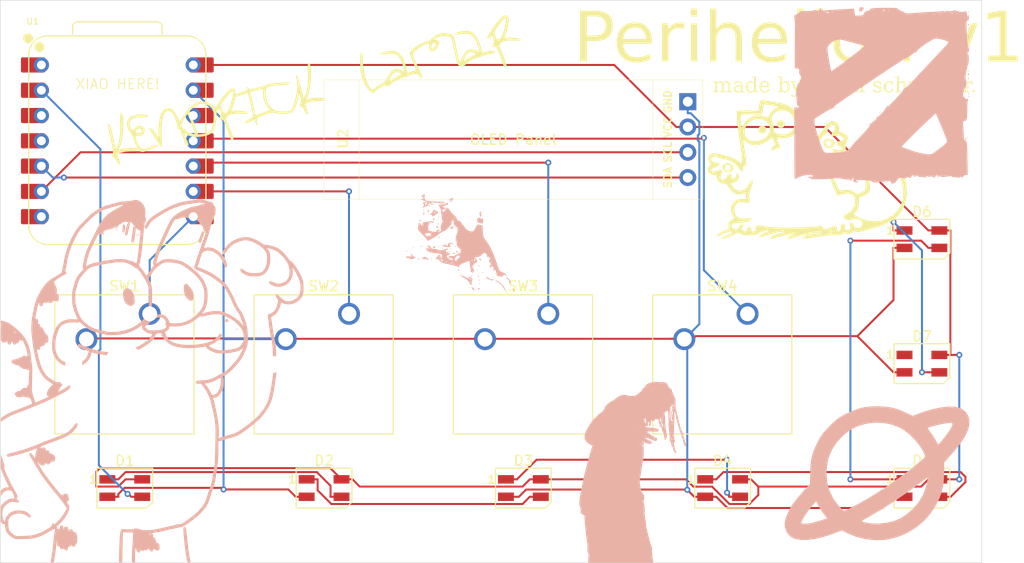
<source format=kicad_pcb>
(kicad_pcb (version 20240108) (generator "pcbnew") (generator_version "8.0")
  (layers (0 "F.Cu" signal) (31 "B.Cu" signal) (34 "B.Paste" user) (35 "F.Paste" user) (36 "B.SilkS" user "B.Silkscreen") (37 "F.SilkS" user "F.Silkscreen") (38 "B.Mask" user) (39 "F.Mask" user) (44 "Edge.Cuts" user))
  (net 0 "")
  (net 1 "GND")
  (net 2 "Net-(D1-DIN)")
  (net 3 "Net-(D1-DOUT)")
  (net 4 "+5V")
  (net 5 "Net-(D2-DOUT)")
  (net 6 "Net-(D3-DOUT)")
  (net 7 "Net-(D4-DOUT)")
  (net 8 "Net-(D5-DOUT)")
  (net 9 "Net-(D6-DOUT)")
  (net 11 "Net-(U1-GPIO1{slash}RX)")
  (net 12 "Net-(U1-GPIO2{slash}SCK)")
  (net 13 "Net-(U1-GPIO4{slash}MISO)")
  (net 14 "Net-(U1-GPIO3{slash}MOSI)")
  (net 15 "Net-(U1-GPIO7{slash}SCL)")
  (net 16 "Net-(U1-GPIO0{slash}TX)")
  (net 17 "Net-(U1-GPIO26{slash}ADC0{slash}A0)")
  (net 18 "unconnected-(U1-GPIO29{slash}ADC3{slash}A3-Pad4)")
  (net 19 "unconnected-(U1-3V3-Pad12)")
  (net 20 "unconnected-(U1-GPIO28{slash}ADC2{slash}A2-Pad3)")
  (net 21 "Net-(U1-GPIO6{slash}SDA)")
  (footprint "LED_SMD:LED_SK6812MINI_PLCC4_3.5x3.5mm_P1.75mm" (layer "F.Cu") (at 167.5 72.5)
    (property "Reference" "D2" (at 0 -2.75 0) (layer "F.SilkS"))
    (property "Value" "SK6812MINI")
    (fp_text user "1" (at -3.2 -0.875 0) (layer "F.SilkS") (effects (font (size 0.8 0.8))))
    (pad "1" smd rect (at -1.75 -0.875) (size 1.6 0.85) (layers "F.Cu" "F.Paste" "F.Mask") (net 5 "Net-(D2-DOUT)"))
    (pad "2" smd rect (at -1.75 0.875) (size 1.6 0.85) (layers "F.Cu" "F.Paste" "F.Mask") (net 1 "GND"))
    (pad "3" smd rect (at 1.75 0.875) (size 1.6 0.85) (layers "F.Cu" "F.Paste" "F.Mask") (net 3 "Net-(D1-DOUT)"))
    (pad "4" smd rect (at 1.75 -0.875) (size 1.6 0.85) (layers "F.Cu" "F.Paste" "F.Mask") (net 4 "+5V"))
  )
  (footprint "Button_Switch_Keyboard:SW_Cherry_MX_1.00u_PCB" (layer "F.Cu") (at 150 55)
    (property "Reference" "SW1" (at -2.54 -2.794 0) (layer "F.SilkS"))
    (property "Value" "SW_Push")
    (pad "" np_thru_hole circle (at -7.62 5.08) (size 1.7 1.7) (drill 1.7) (layers "*.Cu" "*.Mask"))
    (pad "" np_thru_hole circle (at -2.54 5.08) (size 4 4) (drill 4) (layers "*.Cu" "*.Mask"))
    (pad "" np_thru_hole circle (at 2.54 5.08) (size 1.7 1.7) (drill 1.7) (layers "*.Cu" "*.Mask"))
    (pad "1" thru_hole circle (at 0 0) (size 2.2 2.2) (drill 1.5) (layers "*.Cu" "*.Mask") (net 11 "Net-(U1-GPIO1{slash}RX)"))
    (pad "2" thru_hole circle (at -6.35 2.54) (size 2.2 2.2) (drill 1.5) (layers "*.Cu" "*.Mask") (net 1 "GND"))
  )
  (footprint "OLED:SSD1306-0.91-OLED-4pin-128x32" (layer "F.Cu") (at 167.5 31.5)
    (property "Reference" "U2" (at 1.9 5.91 90) (layer "F.SilkS"))
    (property "Value" "SSD1306-0.91-OLED-4pin-128x32")
    (fp_text user "VCC" (at 34.5 4.73 -90) (layer "F.SilkS") (effects (font (size 0.75 0.75))))
    (fp_text user "SCL" (at 34.5 7.27 -90) (layer "F.SilkS") (effects (font (size 0.75 0.75))))
    (fp_text user "GND" (at 34.5 2.19 -90) (layer "F.SilkS") (effects (font (size 0.75 0.75))))
    (fp_text user "OLED Panel" (at 19 6 0) (layer "F.SilkS"))
    (fp_text user "SDA" (at 34.5 9.81 -90) (layer "F.SilkS") (effects (font (size 0.75 0.75))))
    (pad "1" thru_hole rect (at 36.5 2.19) (size 1.7 1.7) (drill 1) (layers "*.Cu" "*.Mask") (net 1 "GND"))
    (pad "2" thru_hole oval (at 36.5 4.73) (size 1.7 1.7) (drill 1) (layers "*.Cu" "*.Mask") (net 4 "+5V"))
    (pad "3" thru_hole oval (at 36.5 7.27) (size 1.7 1.7) (drill 1) (layers "*.Cu" "*.Mask") (net 15 "Net-(U1-GPIO7{slash}SCL)"))
    (pad "4" thru_hole oval (at 36.5 9.81) (size 1.7 1.7) (drill 1) (layers "*.Cu" "*.Mask") (net 21 "Net-(U1-GPIO6{slash}SDA)"))
  )
  (footprint "LED_SMD:LED_SK6812MINI_PLCC4_3.5x3.5mm_P1.75mm" (layer "F.Cu") (at 227.5 60)
    (property "Reference" "D7" (at 0 -2.75 0) (layer "F.SilkS"))
    (property "Value" "SK6812MINI")
    (fp_text user "1" (at -3.2 -0.875 0) (layer "F.SilkS") (effects (font (size 0.8 0.8))))
    (pad "1" smd rect (at -1.75 -0.875) (size 1.6 0.85) (layers "F.Cu" "F.Paste" "F.Mask"))
    (pad "2" smd rect (at -1.75 0.875) (size 1.6 0.85) (layers "F.Cu" "F.Paste" "F.Mask") (net 1 "GND"))
    (pad "3" smd rect (at 1.75 0.875) (size 1.6 0.85) (layers "F.Cu" "F.Paste" "F.Mask") (net 9 "Net-(D6-DOUT)"))
    (pad "4" smd rect (at 1.75 -0.875) (size 1.6 0.85) (layers "F.Cu" "F.Paste" "F.Mask") (net 4 "+5V"))
  )
  (footprint "LED_SMD:LED_SK6812MINI_PLCC4_3.5x3.5mm_P1.75mm" (layer "F.Cu") (at 227.5 47.5)
    (property "Reference" "D6" (at 0 -2.75 0) (layer "F.SilkS"))
    (property "Value" "SK6812MINI")
    (fp_text user "1" (at -3.2 -0.875 0) (layer "F.SilkS") (effects (font (size 0.8 0.8))))
    (pad "1" smd rect (at -1.75 -0.875) (size 1.6 0.85) (layers "F.Cu" "F.Paste" "F.Mask") (net 9 "Net-(D6-DOUT)"))
    (pad "2" smd rect (at -1.75 0.875) (size 1.6 0.85) (layers "F.Cu" "F.Paste" "F.Mask") (net 1 "GND"))
    (pad "3" smd rect (at 1.75 0.875) (size 1.6 0.85) (layers "F.Cu" "F.Paste" "F.Mask") (net 8 "Net-(D5-DOUT)"))
    (pad "4" smd rect (at 1.75 -0.875) (size 1.6 0.85) (layers "F.Cu" "F.Paste" "F.Mask") (net 4 "+5V"))
  )
  (footprint "Button_Switch_Keyboard:SW_Cherry_MX_1.00u_PCB" (layer "F.Cu") (at 190 55)
    (property "Reference" "SW3" (at -2.54 -2.794 0) (layer "F.SilkS"))
    (property "Value" "SW_Push")
    (pad "" np_thru_hole circle (at -7.62 5.08) (size 1.7 1.7) (drill 1.7) (layers "*.Cu" "*.Mask"))
    (pad "" np_thru_hole circle (at -2.54 5.08) (size 4 4) (drill 4) (layers "*.Cu" "*.Mask"))
    (pad "" np_thru_hole circle (at 2.54 5.08) (size 1.7 1.7) (drill 1.7) (layers "*.Cu" "*.Mask"))
    (pad "1" thru_hole circle (at 0 0) (size 2.2 2.2) (drill 1.5) (layers "*.Cu" "*.Mask") (net 13 "Net-(U1-GPIO4{slash}MISO)"))
    (pad "2" thru_hole circle (at -6.35 2.54) (size 2.2 2.2) (drill 1.5) (layers "*.Cu" "*.Mask") (net 1 "GND"))
  )
  (footprint "LED_SMD:LED_SK6812MINI_PLCC4_3.5x3.5mm_P1.75mm" (layer "F.Cu") (at 207.5 72.5)
    (property "Reference" "D4" (at 0 -2.75 0) (layer "F.SilkS"))
    (property "Value" "SK6812MINI")
    (fp_text user "1" (at -3.2 -0.875 0) (layer "F.SilkS") (effects (font (size 0.8 0.8))))
    (pad "1" smd rect (at -1.75 -0.875) (size 1.6 0.85) (layers "F.Cu" "F.Paste" "F.Mask") (net 7 "Net-(D4-DOUT)"))
    (pad "2" smd rect (at -1.75 0.875) (size 1.6 0.85) (layers "F.Cu" "F.Paste" "F.Mask") (net 1 "GND"))
    (pad "3" smd rect (at 1.75 0.875) (size 1.6 0.85) (layers "F.Cu" "F.Paste" "F.Mask") (net 6 "Net-(D3-DOUT)"))
    (pad "4" smd rect (at 1.75 -0.875) (size 1.6 0.85) (layers "F.Cu" "F.Paste" "F.Mask") (net 4 "+5V"))
  )
  (footprint "LED_SMD:LED_SK6812MINI_PLCC4_3.5x3.5mm_P1.75mm" (layer "F.Cu") (at 227.5 72.5)
    (property "Reference" "D5" (at 0 -2.75 0) (layer "F.SilkS"))
    (property "Value" "SK6812MINI")
    (fp_text user "1" (at -3.2 -0.875 0) (layer "F.SilkS") (effects (font (size 0.8 0.8))))
    (pad "1" smd rect (at -1.75 -0.875) (size 1.6 0.85) (layers "F.Cu" "F.Paste" "F.Mask") (net 8 "Net-(D5-DOUT)"))
    (pad "2" smd rect (at -1.75 0.875) (size 1.6 0.85) (layers "F.Cu" "F.Paste" "F.Mask") (net 1 "GND"))
    (pad "3" smd rect (at 1.75 0.875) (size 1.6 0.85) (layers "F.Cu" "F.Paste" "F.Mask") (net 7 "Net-(D4-DOUT)"))
    (pad "4" smd rect (at 1.75 -0.875) (size 1.6 0.85) (layers "F.Cu" "F.Paste" "F.Mask") (net 4 "+5V"))
  )
  (footprint "LED_SMD:LED_SK6812MINI_PLCC4_3.5x3.5mm_P1.75mm" (layer "F.Cu") (at 147.5 72.5)
    (property "Reference" "D1" (at 0 -2.75 0) (layer "F.SilkS"))
    (property "Value" "SK6812MINI")
    (fp_text user "1" (at -3.2 -0.875 0) (layer "F.SilkS") (effects (font (size 0.8 0.8))))
    (pad "1" smd rect (at -1.75 -0.875) (size 1.6 0.85) (layers "F.Cu" "F.Paste" "F.Mask") (net 3 "Net-(D1-DOUT)"))
    (pad "2" smd rect (at -1.75 0.875) (size 1.6 0.85) (layers "F.Cu" "F.Paste" "F.Mask") (net 1 "GND"))
    (pad "3" smd rect (at 1.75 0.875) (size 1.6 0.85) (layers "F.Cu" "F.Paste" "F.Mask") (net 2 "Net-(D1-DIN)"))
    (pad "4" smd rect (at 1.75 -0.875) (size 1.6 0.85) (layers "F.Cu" "F.Paste" "F.Mask") (net 4 "+5V"))
  )
  (footprint "LOGO" (layer "F.Cu") (at 166.5 32.5 15)
    (property "Reference" "G***" (hide yes))
    (property "Value" "LOGO" (hide yes))
  )
  (footprint "XIAO-RP2040-DIP:XIAO-RP2040-DIP" (layer "F.Cu") (at 146.75 37.62)
    (property "Reference" "U1" (at -8.5 -12 0) (layer "F.SilkS") (effects (font (size 0.635 0.635) (thickness 0.1016))))
    (property "Value" "XIAO-RP2040-DIP")
    (pad "1" smd roundrect (at -8.455 -7.62 180) (size 2.432 1.524) (layers "F.Cu" "F.Mask") (roundrect_rratio 0.1) (net 17 "Net-(U1-GPIO26{slash}ADC0{slash}A0)"))
    (pad "1" thru_hole circle (at -7.62 -7.62 180) (size 1.524 1.524) (drill 0.889) (layers "*.Cu" "*.Mask") (net 17 "Net-(U1-GPIO26{slash}ADC0{slash}A0)"))
    (pad "2" smd roundrect (at -8.455 -5.08 180) (size 2.432 1.524) (layers "F.Cu" "F.Mask") (roundrect_rratio 0.1) (net 2 "Net-(D1-DIN)"))
    (pad "2" thru_hole circle (at -7.62 -5.08 180) (size 1.524 1.524) (drill 0.889) (layers "*.Cu" "*.Mask") (net 2 "Net-(D1-DIN)"))
    (pad "3" smd roundrect (at -8.455 -2.54 180) (size 2.432 1.524) (layers "F.Cu" "F.Mask") (roundrect_rratio 0.1) (net 20 "unconnected-(U1-GPIO28{slash}ADC2{slash}A2-Pad3)"))
    (pad "3" thru_hole circle (at -7.62 -2.54 180) (size 1.524 1.524) (drill 0.889) (layers "*.Cu" "*.Mask") (net 20 "unconnected-(U1-GPIO28{slash}ADC2{slash}A2-Pad3)"))
    (pad "4" smd roundrect (at -8.455 0 180) (size 2.432 1.524) (layers "F.Cu" "F.Mask") (roundrect_rratio 0.1) (net 18 "unconnected-(U1-GPIO29{slash}ADC3{slash}A3-Pad4)"))
    (pad "4" thru_hole circle (at -7.62 0 180) (size 1.524 1.524) (drill 0.889) (layers "*.Cu" "*.Mask") (net 18 "unconnected-(U1-GPIO29{slash}ADC3{slash}A3-Pad4)"))
    (pad "5" smd roundrect (at -8.455 2.54 180) (size 2.432 1.524) (layers "F.Cu" "F.Mask") (roundrect_rratio 0.1) (net 21 "Net-(U1-GPIO6{slash}SDA)"))
    (pad "5" thru_hole circle (at -7.62 2.54 180) (size 1.524 1.524) (drill 0.889) (layers "*.Cu" "*.Mask") (net 21 "Net-(U1-GPIO6{slash}SDA)"))
    (pad "6" smd roundrect (at -8.455 5.08 180) (size 2.432 1.524) (layers "F.Cu" "F.Mask") (roundrect_rratio 0.1) (net 15 "Net-(U1-GPIO7{slash}SCL)"))
    (pad "6" thru_hole circle (at -7.62 5.08 180) (size 1.524 1.524) (drill 0.889) (layers "*.Cu" "*.Mask") (net 15 "Net-(U1-GPIO7{slash}SCL)"))
    (pad "7" smd roundrect (at -8.455 7.62 180) (size 2.432 1.524) (layers "F.Cu" "F.Mask") (roundrect_rratio 0.1) (net 16 "Net-(U1-GPIO0{slash}TX)"))
    (pad "7" thru_hole circle (at -7.62 7.62 180) (size 1.524 1.524) (drill 0.889) (layers "*.Cu" "*.Mask") (net 16 "Net-(U1-GPIO0{slash}TX)"))
    (pad "8" thru_hole circle (at 7.62 7.62) (size 1.524 1.524) (drill 0.889) (layers "*.Cu" "*.Mask") (net 11 "Net-(U1-GPIO1{slash}RX)"))
    (pad "8" smd roundrect (at 8.455 7.62) (size 2.432 1.524) (layers "F.Cu" "F.Mask") (roundrect_rratio 0.1) (net 11 "Net-(U1-GPIO1{slash}RX)"))
    (pad "9" thru_hole circle (at 7.62 5.08) (size 1.524 1.524) (drill 0.889) (layers "*.Cu" "*.Mask") (net 12 "Net-(U1-GPIO2{slash}SCK)"))
    (pad "9" smd roundrect (at 8.455 5.08) (size 2.432 1.524) (layers "F.Cu" "F.Mask") (roundrect_rratio 0.1) (net 12 "Net-(U1-GPIO2{slash}SCK)"))
    (pad "10" thru_hole circle (at 7.62 2.54) (size 1.524 1.524) (drill 0.889) (layers "*.Cu" "*.Mask") (net 13 "Net-(U1-GPIO4{slash}MISO)"))
    (pad "10" smd roundrect (at 8.455 2.54) (size 2.432 1.524) (layers "F.Cu" "F.Mask") (roundrect_rratio 0.1) (net 13 "Net-(U1-GPIO4{slash}MISO)"))
    (pad "11" thru_hole circle (at 7.62 0) (size 1.524 1.524) (drill 0.889) (layers "*.Cu" "*.Mask") (net 14 "Net-(U1-GPIO3{slash}MOSI)"))
    (pad "11" smd roundrect (at 8.455 0) (size 2.432 1.524) (layers "F.Cu" "F.Mask") (roundrect_rratio 0.1) (net 14 "Net-(U1-GPIO3{slash}MOSI)"))
    (pad "12" thru_hole circle (at 7.62 -2.54) (size 1.524 1.524) (drill 0.889) (layers "*.Cu" "*.Mask") (net 19 "unconnected-(U1-3V3-Pad12)"))
    (pad "12" smd roundrect (at 8.455 -2.54) (size 2.432 1.524) (layers "F.Cu" "F.Mask") (roundrect_rratio 0.1) (net 19 "unconnected-(U1-3V3-Pad12)"))
    (pad "13" thru_hole circle (at 7.62 -5.08) (size 1.524 1.524) (drill 0.889) (layers "*.Cu" "*.Mask") (net 1 "GND"))
    (pad "13" smd roundrect (at 8.455 -5.08) (size 2.432 1.524) (layers "F.Cu" "F.Mask") (roundrect_rratio 0.1) (net 1 "GND"))
    (pad "14" thru_hole circle (at 7.62 -7.62) (size 1.524 1.524) (drill 0.889) (layers "*.Cu" "*.Mask") (net 4 "+5V"))
    (pad "14" smd roundrect (at 8.455 -7.62) (size 2.432 1.524) (layers "F.Cu" "F.Mask") (roundrect_rratio 0.1) (net 4 "+5V"))
  )
  (footprint "Button_Switch_Keyboard:SW_Cherry_MX_1.00u_PCB" (layer "F.Cu") (at 210 55)
    (property "Reference" "SW4" (at -2.54 -2.794 0) (layer "F.SilkS"))
    (property "Value" "SW_Push")
    (pad "" np_thru_hole circle (at -7.62 5.08) (size 1.7 1.7) (drill 1.7) (layers "*.Cu" "*.Mask"))
    (pad "" np_thru_hole circle (at -2.54 5.08) (size 4 4) (drill 4) (layers "*.Cu" "*.Mask"))
    (pad "" np_thru_hole circle (at 2.54 5.08) (size 1.7 1.7) (drill 1.7) (layers "*.Cu" "*.Mask"))
    (pad "1" thru_hole circle (at 0 0) (size 2.2 2.2) (drill 1.5) (layers "*.Cu" "*.Mask") (net 14 "Net-(U1-GPIO3{slash}MOSI)"))
    (pad "2" thru_hole circle (at -6.35 2.54) (size 2.2 2.2) (drill 1.5) (layers "*.Cu" "*.Mask") (net 1 "GND"))
  )
  (footprint "LOGO" (layer "F.Cu") (at 216 40.5)
    (property "Reference" "G***" (hide yes))
    (property "Value" "LOGO" (hide yes))
  )
  (footprint "LED_SMD:LED_SK6812MINI_PLCC4_3.5x3.5mm_P1.75mm" (layer "F.Cu") (at 187.5 72.5)
    (property "Reference" "D3" (at 0 -2.75 0) (layer "F.SilkS"))
    (property "Value" "SK6812MINI")
    (fp_text user "1" (at -3.2 -0.875 0) (layer "F.SilkS") (effects (font (size 0.8 0.8))))
    (pad "1" smd rect (at -1.75 -0.875) (size 1.6 0.85) (layers "F.Cu" "F.Paste" "F.Mask") (net 6 "Net-(D3-DOUT)"))
    (pad "2" smd rect (at -1.75 0.875) (size 1.6 0.85) (layers "F.Cu" "F.Paste" "F.Mask") (net 1 "GND"))
    (pad "3" smd rect (at 1.75 0.875) (size 1.6 0.85) (layers "F.Cu" "F.Paste" "F.Mask") (net 5 "Net-(D2-DOUT)"))
    (pad "4" smd rect (at 1.75 -0.875) (size 1.6 0.85) (layers "F.Cu" "F.Paste" "F.Mask") (net 4 "+5V"))
  )
  (footprint "Button_Switch_Keyboard:SW_Cherry_MX_1.00u_PCB" (layer "F.Cu") (at 170 55)
    (property "Reference" "SW2" (at -2.54 -2.794 0) (layer "F.SilkS"))
    (property "Value" "SW_Push")
    (pad "" np_thru_hole circle (at -7.62 5.08) (size 1.7 1.7) (drill 1.7) (layers "*.Cu" "*.Mask"))
    (pad "" np_thru_hole circle (at -2.54 5.08) (size 4 4) (drill 4) (layers "*.Cu" "*.Mask"))
    (pad "" np_thru_hole circle (at 2.54 5.08) (size 1.7 1.7) (drill 1.7) (layers "*.Cu" "*.Mask"))
    (pad "1" thru_hole circle (at 0 0) (size 2.2 2.2) (drill 1.5) (layers "*.Cu" "*.Mask") (net 12 "Net-(U1-GPIO2{slash}SCK)"))
    (pad "2" thru_hole circle (at -6.35 2.54) (size 2.2 2.2) (drill 1.5) (layers "*.Cu" "*.Mask") (net 1 "GND"))
  )
  (footprint "LOGO" (layer "B.Cu") (at 223.5 33 180)
    (property "Reference" "G***" (hide yes))
    (property "Value" "LOGO" (hide yes))
  )
  (footprint "LOGO" (layer "B.Cu") (at 181.5 48 180)
    (property "Reference" "G***" (hide yes))
    (property "Value" "LOGO" (hide yes))
  )
  (footprint "LOGO" (layer "B.Cu") (at 223 71 180)
    (property "Reference" "G***" (hide yes))
    (property "Value" "LOGO" (hide yes))
  )
  (footprint "LOGO" (layer "B.Cu") (at 150.25 59.4 180)
    (property "Reference" "G***" (hide yes))
    (property "Value" "LOGO" (hide yes))
  )
  (footprint "LOGO" (layer "B.Cu") (at 199.19504 67.5 180)
    (property "Reference" "G***" (hide yes))
    (property "Value" "LOGO" (hide yes))
  )
  (gr_rect (start 135 23.5) (end 233.5 80) (stroke (width 0.05)) (fill none) (layer "Edge.Cuts"))
  (gr_text "made by robin schreiber." (at 206.5 33 0) (layer "F.SilkS") (effects (font (size 1.5 1.5) (thickness 0.1)) (justify left bottom)))
  (gr_text "XIAO HERE!" (at 142.5 32.5 0) (layer "F.SilkS") (effects (font (size 1 1) (thickness 0.1)) (justify left bottom)))
  (gr_text "Perihelion v1" (at 192.5 30.5 0) (layer "F.SilkS") (effects (font (size 5 5) (thickness 0.5)) (justify left bottom)))
  (segment (start 183.65 57.5053) (end 183.65 57.54) (width 0.2) (layer "F.Cu") (net 1))
  (segment (start 205.75 73.375) (end 204.6483 73.375) (width 0.2) (layer "F.Cu") (net 1))
  (segment (start 163.5807 57.4707) (end 143.7193 57.4707) (width 0.2) (layer "F.Cu") (net 1))
  (segment (start 205.75 73.375) (end 206.8517 73.375) (width 0.2) (layer "F.Cu") (net 1))
  (segment (start 146.8517 73.375) (end 146.8517 73.1025) (width 0.2) (layer "F.Cu") (net 1))
  (segment (start 203.6153 57.5053) (end 203.65 57.54) (width 0.2) (layer "F.Cu") (net 1))
  (segment (start 225.75 60.875) (end 224.6483 60.875) (width 0.2) (layer "F.Cu") (net 1))
  (segment (start 225.75 73.375) (end 224.6483 73.375) (width 0.2) (layer "F.Cu") (net 1))
  (segment (start 147.4746 72.4796) (end 157.2517 72.4796) (width 0.2) (layer "F.Cu") (net 1))
  (segment (start 157.2517 72.4796) (end 157.4113 72.6392) (width 0.2) (layer "F.Cu") (net 1))
  (segment (start 143.7193 57.4707) (end 143.65 57.54) (width 0.2) (layer "F.Cu") (net 1))
  (segment (start 224.6483 53.6116) (end 221.0166 57.2433) (width 0.2) (layer "F.Cu") (net 1))
  (segment (start 157.4113 72.6392) (end 163.9125 72.6392) (width 0.2) (layer "F.Cu") (net 1))
  (segment (start 203.9216 72.6483) (end 187.7795 72.6483) (width 0.2) (layer "F.Cu") (net 1))
  (segment (start 183.65 57.5053) (end 202.1859 57.5053) (width 0.2) (layer "F.Cu") (net 1))
  (segment (start 224.6483 48.375) (end 224.6483 53.6116) (width 0.2) (layer "F.Cu") (net 1))
  (segment (start 163.6847 57.5053) (end 163.65 57.54) (width 0.2) (layer "F.Cu") (net 1))
  (segment (start 225.75 48.375) (end 224.6483 48.375) (width 0.2) (layer "F.Cu") (net 1))
  (segment (start 224.6483 73.375) (end 223.5199 74.5034) (width 0.2) (layer "F.Cu") (net 1))
  (segment (start 204.5349 57.5053) (end 204.7969 57.2433) (width 0.2) (layer "F.Cu") (net 1))
  (segment (start 221.0166 57.2433) (end 224.6483 60.875) (width 0.2) (layer "F.Cu") (net 1))
  (segment (start 187.0528 73.375) (end 185.75 73.375) (width 0.2) (layer "F.Cu") (net 1))
  (segment (start 204.7969 57.2433) (end 221.0166 57.2433) (width 0.2) (layer "F.Cu") (net 1))
  (segment (start 163.65 57.54) (end 163.5807 57.4707) (width 0.2) (layer "F.Cu") (net 1))
  (segment (start 145.75 73.375) (end 146.8517 73.375) (width 0.2) (layer "F.Cu") (net 1))
  (segment (start 165.75 73.375) (end 164.6483 73.375) (width 0.2) (layer "F.Cu") (net 1))
  (segment (start 204.6483 73.375) (end 203.9488 72.6754) (width 0.2) (layer "F.Cu") (net 1))
  (segment (start 203.9488 72.6754) (end 203.9216 72.6483) (width 0.2) (layer "F.Cu") (net 1))
  (segment (start 146.8517 73.1025) (end 147.4746 72.4796) (width 0.2) (layer "F.Cu") (net 1))
  (segment (start 183.65 57.5053) (end 163.6847 57.5053) (width 0.2) (layer "F.Cu") (net 1))
  (segment (start 163.9125 72.6392) (end 164.6483 73.375) (width 0.2) (layer "F.Cu") (net 1))
  (segment (start 187.7795 72.6483) (end 187.0528 73.375) (width 0.2) (layer "F.Cu") (net 1))
  (segment (start 202.1859 57.5053) (end 204.5349 57.5053) (width 0.2) (layer "F.Cu") (net 1))
  (segment (start 155.205 32.54) (end 154.37 32.54) (width 0.2) (layer "F.Cu") (net 1))
  (segment (start 223.5199 74.5034) (end 207.9801 74.5034) (width 0.2) (layer "F.Cu") (net 1))
  (segment (start 202.1859 57.5053) (end 203.6153 57.5053) (width 0.2) (layer "F.Cu") (net 1))
  (segment (start 207.9801 74.5034) (end 206.8517 73.375) (width 0.2) (layer "F.Cu") (net 1))
  (via (at 203.9488 72.6754) (size 0.6) (drill 0.3) (layers "F.Cu" "B.Cu") (net 1))
  (via (at 157.4113 72.6392) (size 0.6) (drill 0.3) (layers "F.Cu" "B.Cu") (net 1))
  (segment (start 204 34.8417) (end 204.2879 34.8417) (width 0.2) (layer "B.Cu") (net 1))
  (segment (start 203.9488 57.8388) (end 203.9488 72.6754) (width 0.2) (layer "B.Cu") (net 1))
  (segment (start 204.2879 34.8417) (end 205.1619 35.7157) (width 0.2) (layer "B.Cu") (net 1))
  (segment (start 203.65 57.54) (end 203.9488 57.8388) (width 0.2) (layer "B.Cu") (net 1))
  (segment (start 205.1619 37.7254) (end 205.1619 56.0281) (width 0.2) (layer "B.Cu") (net 1))
  (segment (start 204 33.69) (end 204 34.8417) (width 0.2) (layer "B.Cu") (net 1))
  (segment (start 205.1619 35.7157) (end 205.1619 36.9244) (width 0.2) (layer "B.Cu") (net 1))
  (segment (start 157.4113 35.5813) (end 157.4113 57.54) (width 0.2) (layer "B.Cu") (net 1))
  (segment (start 157.4113 57.54) (end 157.4113 72.6392) (width 0.2) (layer "B.Cu") (net 1))
  (segment (start 205.1619 36.9244) (end 205.0105 37.0758) (width 0.2) (layer "B.Cu") (net 1))
  (segment (start 163.65 57.54) (end 157.4113 57.54) (width 0.2) (layer "B.Cu") (net 1))
  (segment (start 205.0105 37.0758) (end 205.0105 37.574) (width 0.2) (layer "B.Cu") (net 1))
  (segment (start 205.1619 56.0281) (end 203.65 57.54) (width 0.2) (layer "B.Cu") (net 1))
  (segment (start 205.0105 37.574) (end 205.1619 37.7254) (width 0.2) (layer "B.Cu") (net 1))
  (segment (start 154.37 32.54) (end 157.4113 35.5813) (width 0.2) (layer "B.Cu") (net 1))
  (segment (start 147.8656 73.0923) (end 147.7813 73.0923) (width 0.2) (layer "F.Cu") (net 2))
  (segment (start 149.25 73.375) (end 148.1483 73.375) (width 0.2) (layer "F.Cu") (net 2))
  (segment (start 139.13 32.54) (end 138.295 32.54) (width 0.2) (layer "F.Cu") (net 2))
  (segment (start 148.1483 73.375) (end 147.8656 73.0923) (width 0.2) (layer "F.Cu") (net 2))
  (via (at 147.7813 73.0923) (size 0.6) (drill 0.3) (layers "F.Cu" "B.Cu") (net 2))
  (segment (start 144.8952 58.7194) (end 144.8952 70.2062) (width 0.2) (layer "B.Cu") (net 2))
  (segment (start 139.13 32.54) (end 145.0519 38.4619) (width 0.2) (layer "B.Cu") (net 2))
  (segment (start 145.0519 58.5627) (end 144.8952 58.7194) (width 0.2) (layer "B.Cu") (net 2))
  (segment (start 144.8952 70.2062) (end 147.7813 73.0923) (width 0.2) (layer "B.Cu") (net 2))
  (segment (start 145.0519 38.4619) (end 145.0519 58.5627) (width 0.2) (layer "B.Cu") (net 2))
  (segment (start 168.1483 72.2733) (end 168.1483 73.375) (width 0.2) (layer "F.Cu") (net 3))
  (segment (start 166.7733 70.8983) (end 168.1483 72.2733) (width 0.2) (layer "F.Cu") (net 3))
  (segment (start 146.8517 71.625) (end 147.5784 70.8983) (width 0.2) (layer "F.Cu") (net 3))
  (segment (start 169.25 73.375) (end 168.1483 73.375) (width 0.2) (layer "F.Cu") (net 3))
  (segment (start 145.75 71.625) (end 146.8517 71.625) (width 0.2) (layer "F.Cu") (net 3))
  (segment (start 147.5784 70.8983) (end 166.7733 70.8983) (width 0.2) (layer "F.Cu") (net 3))
  (segment (start 230.3517 46.625) (end 230.3517 59.125) (width 0.2) (layer "F.Cu") (net 4))
  (segment (start 228.1483 46.625) (end 217.7533 36.23) (width 0.2) (layer "F.Cu") (net 4))
  (segment (start 171.0784 72.3517) (end 170.3517 71.625) (width 0.2) (layer "F.Cu") (net 4))
  (segment (start 217.7533 36.23) (end 204 36.23) (width 0.2) (layer "F.Cu") (net 4))
  (segment (start 228.1483 71.625) (end 227.4216 72.3517) (width 0.2) (layer "F.Cu") (net 4))
  (segment (start 230.3517 59.125) (end 231.2475 59.125) (width 0.2) (layer "F.Cu") (net 4))
  (segment (start 144.65 72.35) (end 144.65 70.85) (width 0.2) (layer "F.Cu") (net 4))
  (segment (start 188.6992 71.625) (end 189.25 71.625) (width 0.2) (layer "F.Cu") (net 4))
  (segment (start 168.1233 70.4983) (end 169.25 71.625) (width 0.2) (layer "F.Cu") (net 4))
  (segment (start 144.65 70.85) (end 145.0017 70.4983) (width 0.2) (layer "F.Cu") (net 4))
  (segment (start 203.8292 71.625) (end 204.5626 72.3584) (width 0.2) (layer "F.Cu") (net 4))
  (segment (start 155.205 30) (end 196.6183 30) (width 0.2) (layer "F.Cu") (net 4))
  (segment (start 206.4415 72.3584) (end 208.1848 74.1017) (width 0.2) (layer "F.Cu") (net 4))
  (segment (start 196.6183 30) (end 202.8483 36.23) (width 0.2) (layer "F.Cu") (net 4))
  (segment (start 229.25 71.625) (end 228.1483 71.625) (width 0.2) (layer "F.Cu") (net 4))
  (segment (start 209.25 71.625) (end 210.3517 71.625) (width 0.2) (layer "F.Cu") (net 4))
  (segment (start 229.7 71.625) (end 230.3517 71.625) (width 0.2) (layer "F.Cu") (net 4))
  (segment (start 203.4242 36.23) (end 204 36.23) (width 0.2) (layer "F.Cu") (net 4))
  (segment (start 147.575 71.625) (end 146.85 72.35) (width 0.2) (layer "F.Cu") (net 4))
  (segment (start 189.25 71.625) (end 203.8292 71.625) (width 0.2) (layer "F.Cu") (net 4))
  (segment (start 145.0017 70.4983) (end 168.1233 70.4983) (width 0.2) (layer "F.Cu") (net 4))
  (segment (start 208.1848 74.1017) (end 210.175 74.1017) (width 0.2) (layer "F.Cu") (net 4))
  (segment (start 229.25 59.125) (end 230.2509 59.125) (width 0.2) (layer "F.Cu") (net 4))
  (segment (start 169.8009 71.625) (end 169.25 71.625) (width 0.2) (layer "F.Cu") (net 4))
  (segment (start 188.1483 71.625) (end 187.4216 72.3517) (width 0.2) (layer "F.Cu") (net 4))
  (segment (start 187.4216 72.3517) (end 171.0784 72.3517) (width 0.2) (layer "F.Cu") (net 4))
  (segment (start 154.37 30) (end 155.205 30) (width 0.2) (layer "F.Cu") (net 4))
  (segment (start 146.85 72.35) (end 144.65 72.35) (width 0.2) (layer "F.Cu") (net 4))
  (segment (start 204.5626 72.3584) (end 206.4415 72.3584) (width 0.2) (layer "F.Cu") (net 4))
  (segment (start 228.8 46.625) (end 229.25 46.625) (width 0.2) (layer "F.Cu") (net 4))
  (segment (start 211.0784 72.3517) (end 210.3517 71.625) (width 0.2) (layer "F.Cu") (net 4))
  (segment (start 228.8 46.625) (end 228.1483 46.625) (width 0.2) (layer "F.Cu") (net 4))
  (segment (start 230.3517 71.625) (end 231.2475 71.625) (width 0.2) (layer "F.Cu") (net 4))
  (segment (start 211.0784 73.1983) (end 211.0784 72.3517) (width 0.2) (layer "F.Cu") (net 4))
  (segment (start 210.175 74.1017) (end 211.0784 73.1983) (width 0.2) (layer "F.Cu") (net 4))
  (segment (start 229.25 46.625) (end 230.3517 46.625) (width 0.2) (layer "F.Cu") (net 4))
  (segment (start 203.4242 36.23) (end 202.8483 36.23) (width 0.2) (layer "F.Cu") (net 4))
  (segment (start 229.7 71.625) (end 229.25 71.625) (width 0.2) (layer "F.Cu") (net 4))
  (segment (start 149.25 71.625) (end 147.575 71.625) (width 0.2) (layer "F.Cu") (net 4))
  (segment (start 188.6992 71.625) (end 188.1483 71.625) (width 0.2) (layer "F.Cu") (net 4))
  (segment (start 230.2509 59.125) (end 230.3517 59.125) (width 0.2) (layer "F.Cu") (net 4))
  (segment (start 227.4216 72.3517) (end 211.0784 72.3517) (width 0.2) (layer "F.Cu") (net 4))
  (segment (start 169.8009 71.625) (end 170.3517 71.625) (width 0.2) (layer "F.Cu") (net 4))
  (via (at 231.2475 71.625) (size 0.6) (drill 0.3) (layers "F.Cu" "B.Cu") (net 4))
  (via (at 231.2475 59.125) (size 0.6) (drill 0.3) (layers "F.Cu" "B.Cu") (net 4))
  (segment (start 231.2475 71.625) (end 231.2475 59.125) (width 0.2) (layer "B.Cu") (net 4))
  (segment (start 189.25 73.375) (end 188.1483 73.375) (width 0.2) (layer "F.Cu") (net 5))
  (segment (start 166.8517 71.625) (end 166.8517 72.7267) (width 0.2) (layer "F.Cu") (net 5))
  (segment (start 187.4216 74.1017) (end 188.1483 73.375) (width 0.2) (layer "F.Cu") (net 5))
  (segment (start 165.75 71.625) (end 166.8517 71.625) (width 0.2) (layer "F.Cu") (net 5))
  (segment (start 168.2267 74.1017) (end 187.4216 74.1017) (width 0.2) (layer "F.Cu") (net 5))
  (segment (start 166.8517 72.7267) (end 168.2267 74.1017) (width 0.2) (layer "F.Cu") (net 5))
  (segment (start 207.9448 72.9658) (end 208.1483 73.1693) (width 0.2) (layer "F.Cu") (net 6))
  (segment (start 186.8517 71.625) (end 188.8218 69.6549) (width 0.2) (layer "F.Cu") (net 6))
  (segment (start 208.1483 73.1693) (end 208.1483 73.375) (width 0.2) (layer "F.Cu") (net 6))
  (segment (start 209.25 73.375) (end 208.1483 73.375) (width 0.2) (layer "F.Cu") (net 6))
  (segment (start 185.75 71.625) (end 186.8517 71.625) (width 0.2) (layer "F.Cu") (net 6))
  (segment (start 188.8218 69.6549) (end 207.9448 69.6549) (width 0.2) (layer "F.Cu") (net 6))
  (via (at 207.9448 72.9658) (size 0.6) (drill 0.3) (layers "F.Cu" "B.Cu") (net 6))
  (via (at 207.9448 69.6549) (size 0.6) (drill 0.3) (layers "F.Cu" "B.Cu") (net 6))
  (segment (start 207.9448 72.9658) (end 207.9448 69.6549) (width 0.2) (layer "B.Cu") (net 6))
  (segment (start 231.8657 71.3736) (end 231.8657 71.8967) (width 0.2) (layer "F.Cu") (net 7))
  (segment (start 207.5836 70.8931) (end 231.3852 70.8931) (width 0.2) (layer "F.Cu") (net 7))
  (segment (start 230.3874 73.375) (end 229.25 73.375) (width 0.2) (layer "F.Cu") (net 7))
  (segment (start 231.3852 70.8931) (end 231.8657 71.3736) (width 0.2) (layer "F.Cu") (net 7))
  (segment (start 205.75 71.625) (end 206.8517 71.625) (width 0.2) (layer "F.Cu") (net 7))
  (segment (start 231.8657 71.8967) (end 230.3874 73.375) (width 0.2) (layer "F.Cu") (net 7))
  (segment (start 206.8517 71.625) (end 207.5836 70.8931) (width 0.2) (layer "F.Cu") (net 7))
  (segment (start 225.75 71.625) (end 220.3203 71.625) (width 0.2) (layer "F.Cu") (net 8))
  (segment (start 227.4216 47.6483) (end 228.1483 48.375) (width 0.2) (layer "F.Cu") (net 8))
  (segment (start 229.25 48.375) (end 228.1483 48.375) (width 0.2) (layer "F.Cu") (net 8))
  (segment (start 220.3203 47.6483) (end 227.4216 47.6483) (width 0.2) (layer "F.Cu") (net 8))
  (via (at 220.3203 47.6483) (size 0.6) (drill 0.3) (layers "F.Cu" "B.Cu") (net 8))
  (via (at 220.3203 71.625) (size 0.6) (drill 0.3) (layers "F.Cu" "B.Cu") (net 8))
  (segment (start 220.3203 47.6483) (end 220.3203 71.625) (width 0.2) (layer "B.Cu") (net 8))
  (segment (start 224.6483 46.625) (end 224.6483 45.7803) (width 0.2) (layer "F.Cu") (net 9))
  (segment (start 228.1454 60.8721) (end 228.1483 60.875) (width 0.2) (layer "F.Cu") (net 9))
  (segment (start 229.25 60.875) (end 228.1483 60.875) (width 0.2) (layer "F.Cu") (net 9))
  (segment (start 225.75 46.625) (end 224.6483 46.625) (width 0.2) (layer "F.Cu") (net 9))
  (segment (start 227.505 60.8721) (end 228.1454 60.8721) (width 0.2) (layer "F.Cu") (net 9))
  (via (at 224.6483 45.7803) (size 0.6) (drill 0.3) (layers "F.Cu" "B.Cu") (net 9))
  (via (at 227.505 60.8721) (size 0.6) (drill 0.3) (layers "F.Cu" "B.Cu") (net 9))
  (segment (start 227.505 48.637) (end 224.6483 45.7803) (width 0.2) (layer "B.Cu") (net 9))
  (segment (start 227.505 60.8721) (end 227.505 48.637) (width 0.2) (layer "B.Cu") (net 9))
  (segment (start 155.205 45.24) (end 154.37 45.24) (width 0.2) (layer "F.Cu") (net 11))
  (segment (start 150 49.61) (end 150 55) (width 0.2) (layer "B.Cu") (net 11))
  (segment (start 154.37 45.24) (end 150 49.61) (width 0.2) (layer "B.Cu") (net 11))
  (segment (start 154.37 42.7) (end 155.205 42.7) (width 0.2) (layer "F.Cu") (net 12))
  (segment (start 155.205 42.7) (end 170 42.7) (width 0.2) (layer "F.Cu") (net 12))
  (via (at 170 42.7) (size 0.6) (drill 0.3) (layers "F.Cu" "B.Cu") (net 12))
  (segment (start 170 55) (end 170 42.7) (width 0.2) (layer "B.Cu") (net 12))
  (segment (start 155.5547 39.8103) (end 190 39.8103) (width 0.2) (layer "F.Cu") (net 13))
  (segment (start 154.37 40.16) (end 155.205 40.16) (width 0.2) (layer "F.Cu") (net 13))
  (segment (start 155.205 40.16) (end 155.5547 39.8103) (width 0.2) (layer "F.Cu") (net 13))
  (via (at 190 39.8103) (size 0.6) (drill 0.3) (layers "F.Cu" "B.Cu") (net 13))
  (segment (start 190 55) (end 190 39.8103) (width 0.2) (layer "B.Cu") (net 13))
  (segment (start 154.37 37.62) (end 155.205 37.62) (width 0.2) (layer "F.Cu") (net 14))
  (segment (start 205.6122 37.3249) (end 205.5338 37.4033) (width 0.2) (layer "F.Cu") (net 14))
  (segment (start 155.4217 37.4033) (end 155.205 37.62) (width 0.2) (layer "F.Cu") (net 14))
  (segment (start 205.5338 37.4033) (end 155.4217 37.4033) (width 0.2) (layer "F.Cu") (net 14))
  (via (at 205.6122 37.3249) (size 0.6) (drill 0.3) (layers "F.Cu" "B.Cu") (net 14))
  (segment (start 210 55) (end 205.6122 50.6122) (width 0.2) (layer "B.Cu") (net 14))
  (segment (start 205.6122 50.6122) (end 205.6122 37.3249) (width 0.2) (layer "B.Cu") (net 14))
  (segment (start 143.06 38.77) (end 139.13 42.7) (width 0.2) (layer "F.Cu") (net 15))
  (segment (start 204 38.77) (end 143.06 38.77) (width 0.2) (layer "F.Cu") (net 15))
  (segment (start 138.295 42.7) (end 139.13 42.7) (width 0.2) (layer "F.Cu") (net 15))
  (segment (start 139.13 45.24) (end 138.295 45.24) (width 0.2) (layer "F.Cu") (net 16))
  (segment (start 139.13 30) (end 138.295 30) (width 0.2) (layer "F.Cu") (net 17))
  (segment (start 139.13 37.62) (end 138.295 37.62) (width 0.2) (layer "F.Cu") (net 18))
  (segment (start 155.205 35.08) (end 154.37 35.08) (width 0.2) (layer "F.Cu") (net 19))
  (segment (start 139.13 35.08) (end 138.295 35.08) (width 0.2) (layer "F.Cu") (net 20))
  (segment (start 139.13 40.16) (end 138.295 40.16) (width 0.2) (layer "F.Cu") (net 21))
  (segment (start 204 41.31) (end 141.3866 41.31) (width 0.2) (layer "F.Cu") (net 21))
  (via (at 141.3866 41.31) (size 0.6) (drill 0.3) (layers "F.Cu" "B.Cu") (net 21))
  (segment (start 140.28 41.31) (end 141.3866 41.31) (width 0.2) (layer "B.Cu") (net 21))
  (segment (start 139.13 40.16) (end 140.28 41.31) (width 0.2) (layer "B.Cu") (net 21))
)
</source>
